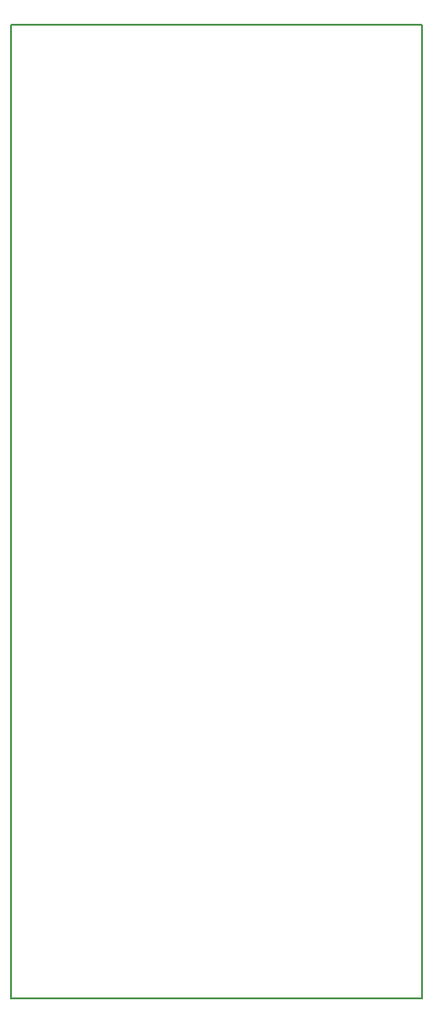
<source format=gbr>
G04 #@! TF.GenerationSoftware,KiCad,Pcbnew,(5.1.4)-1*
G04 #@! TF.CreationDate,2020-12-02T10:45:32+01:00*
G04 #@! TF.ProjectId,ESP32 - LP IoT,45535033-3220-42d2-904c-5020496f542e,rev?*
G04 #@! TF.SameCoordinates,Original*
G04 #@! TF.FileFunction,Profile,NP*
%FSLAX46Y46*%
G04 Gerber Fmt 4.6, Leading zero omitted, Abs format (unit mm)*
G04 Created by KiCad (PCBNEW (5.1.4)-1) date 2020-12-02 10:45:32*
%MOMM*%
%LPD*%
G04 APERTURE LIST*
%ADD10C,0.150000*%
G04 APERTURE END LIST*
D10*
X44000000Y-112000000D02*
X44000000Y-22000000D01*
X82000000Y-112000000D02*
X44000000Y-112000000D01*
X82000000Y-22000000D02*
X82000000Y-112000000D01*
X44000000Y-22000000D02*
X82000000Y-22000000D01*
M02*

</source>
